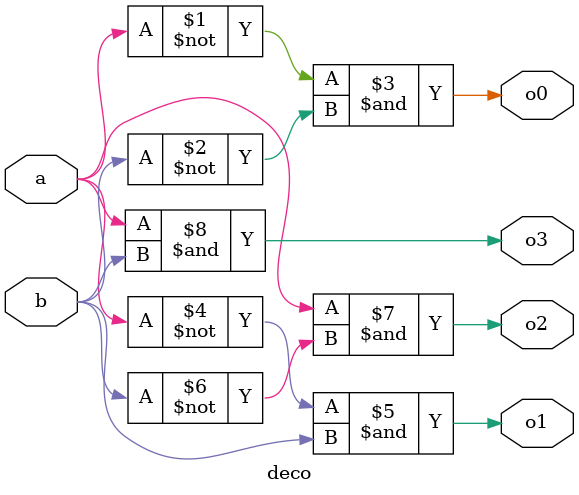
<source format=v>
`timescale 1ns / 1ps


module deco(
input a,b,
output o0,o1,o2,o3

    );
    assign o0 = ~a & ~b;
    assign o1 = ~a & b;
    assign o2= a& ~b;
    assign o3 = a&b;
endmodule

</source>
